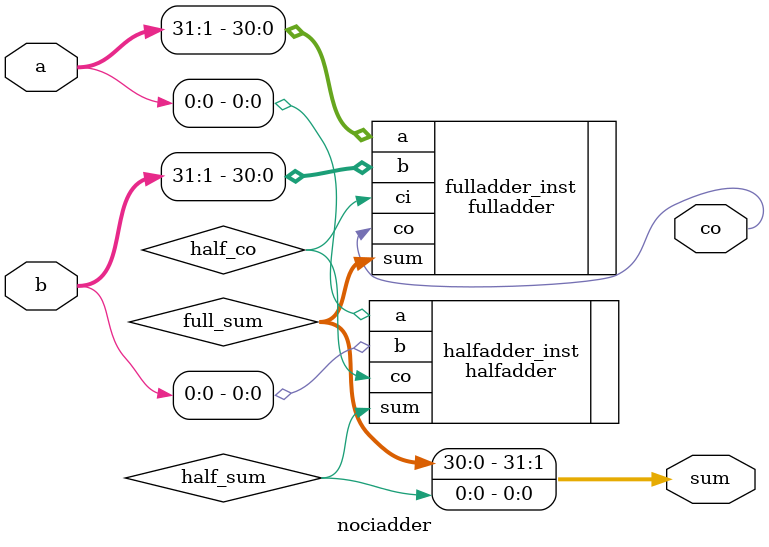
<source format=v>
module nociadder #(
  parameter  DATA_WIDTH = 32
)
(  
  input    [DATA_WIDTH-1 : 0] a,
  input    [DATA_WIDTH-1 : 0] b,
  output   [DATA_WIDTH-1 : 0] sum,
  output                      co
);

  wire half_co;
  wire half_sum;
  wire [DATA_WIDTH-2:0] full_sum;

  halfadder halfadder_inst(
                            .a  (a[0]),
                            .b  (b[0]),
                            .co (half_co),
                            .sum(half_sum)
  );

  fulladder #(
              .DATA_WIDTH(DATA_WIDTH-1)
  )fulladder_inst(
                  .a  (a[DATA_WIDTH-1:1]),
                  .b  (b[DATA_WIDTH-1:1]),
                  .ci (half_co),
                  .co (co),
                  .sum(full_sum)
  );

  assign sum = {full_sum, half_sum};

endmodule : nociadder
</source>
